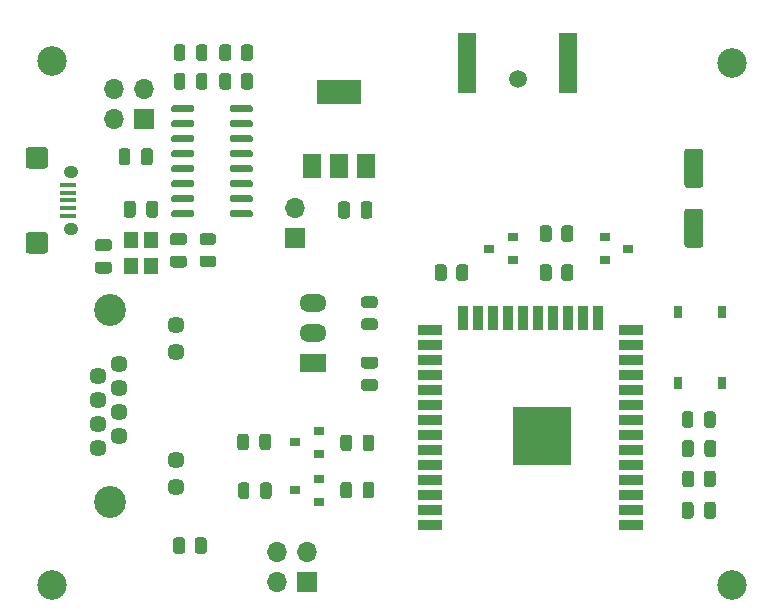
<source format=gts>
G04 #@! TF.GenerationSoftware,KiCad,Pcbnew,(5.1.9-0-10_14)*
G04 #@! TF.CreationDate,2021-10-19T13:09:04+02:00*
G04 #@! TF.ProjectId,ithowifi_4l,6974686f-7769-4666-995f-346c2e6b6963,rev?*
G04 #@! TF.SameCoordinates,Original*
G04 #@! TF.FileFunction,Soldermask,Top*
G04 #@! TF.FilePolarity,Negative*
%FSLAX46Y46*%
G04 Gerber Fmt 4.6, Leading zero omitted, Abs format (unit mm)*
G04 Created by KiCad (PCBNEW (5.1.9-0-10_14)) date 2021-10-19 13:09:04*
%MOMM*%
%LPD*%
G01*
G04 APERTURE LIST*
%ADD10O,1.700000X1.700000*%
%ADD11R,1.700000X1.700000*%
%ADD12R,1.200000X1.400000*%
%ADD13C,1.500000*%
%ADD14R,0.750000X1.000000*%
%ADD15O,1.250000X1.050000*%
%ADD16R,1.350000X0.400000*%
%ADD17C,2.500000*%
%ADD18R,1.500000X2.000000*%
%ADD19R,3.800000X2.000000*%
%ADD20O,2.300000X1.500000*%
%ADD21R,2.300000X1.500000*%
%ADD22R,0.900000X0.800000*%
%ADD23C,1.446000*%
%ADD24C,2.700000*%
%ADD25R,2.000000X0.900000*%
%ADD26R,0.900000X2.000000*%
%ADD27R,5.000000X5.000000*%
%ADD28R,1.500000X5.080000*%
G04 APERTURE END LIST*
D10*
X76073000Y-121793000D03*
D11*
X76073000Y-124333000D03*
D12*
X63842000Y-124503000D03*
X63842000Y-126703000D03*
X62142000Y-126703000D03*
X62142000Y-124503000D03*
G36*
G01*
X70513400Y-113564600D02*
X70513400Y-113264600D01*
G75*
G02*
X70663400Y-113114600I150000J0D01*
G01*
X72313400Y-113114600D01*
G75*
G02*
X72463400Y-113264600I0J-150000D01*
G01*
X72463400Y-113564600D01*
G75*
G02*
X72313400Y-113714600I-150000J0D01*
G01*
X70663400Y-113714600D01*
G75*
G02*
X70513400Y-113564600I0J150000D01*
G01*
G37*
G36*
G01*
X70513400Y-114834600D02*
X70513400Y-114534600D01*
G75*
G02*
X70663400Y-114384600I150000J0D01*
G01*
X72313400Y-114384600D01*
G75*
G02*
X72463400Y-114534600I0J-150000D01*
G01*
X72463400Y-114834600D01*
G75*
G02*
X72313400Y-114984600I-150000J0D01*
G01*
X70663400Y-114984600D01*
G75*
G02*
X70513400Y-114834600I0J150000D01*
G01*
G37*
G36*
G01*
X70513400Y-116104600D02*
X70513400Y-115804600D01*
G75*
G02*
X70663400Y-115654600I150000J0D01*
G01*
X72313400Y-115654600D01*
G75*
G02*
X72463400Y-115804600I0J-150000D01*
G01*
X72463400Y-116104600D01*
G75*
G02*
X72313400Y-116254600I-150000J0D01*
G01*
X70663400Y-116254600D01*
G75*
G02*
X70513400Y-116104600I0J150000D01*
G01*
G37*
G36*
G01*
X70513400Y-117374600D02*
X70513400Y-117074600D01*
G75*
G02*
X70663400Y-116924600I150000J0D01*
G01*
X72313400Y-116924600D01*
G75*
G02*
X72463400Y-117074600I0J-150000D01*
G01*
X72463400Y-117374600D01*
G75*
G02*
X72313400Y-117524600I-150000J0D01*
G01*
X70663400Y-117524600D01*
G75*
G02*
X70513400Y-117374600I0J150000D01*
G01*
G37*
G36*
G01*
X70513400Y-118644600D02*
X70513400Y-118344600D01*
G75*
G02*
X70663400Y-118194600I150000J0D01*
G01*
X72313400Y-118194600D01*
G75*
G02*
X72463400Y-118344600I0J-150000D01*
G01*
X72463400Y-118644600D01*
G75*
G02*
X72313400Y-118794600I-150000J0D01*
G01*
X70663400Y-118794600D01*
G75*
G02*
X70513400Y-118644600I0J150000D01*
G01*
G37*
G36*
G01*
X70513400Y-119914600D02*
X70513400Y-119614600D01*
G75*
G02*
X70663400Y-119464600I150000J0D01*
G01*
X72313400Y-119464600D01*
G75*
G02*
X72463400Y-119614600I0J-150000D01*
G01*
X72463400Y-119914600D01*
G75*
G02*
X72313400Y-120064600I-150000J0D01*
G01*
X70663400Y-120064600D01*
G75*
G02*
X70513400Y-119914600I0J150000D01*
G01*
G37*
G36*
G01*
X70513400Y-121184600D02*
X70513400Y-120884600D01*
G75*
G02*
X70663400Y-120734600I150000J0D01*
G01*
X72313400Y-120734600D01*
G75*
G02*
X72463400Y-120884600I0J-150000D01*
G01*
X72463400Y-121184600D01*
G75*
G02*
X72313400Y-121334600I-150000J0D01*
G01*
X70663400Y-121334600D01*
G75*
G02*
X70513400Y-121184600I0J150000D01*
G01*
G37*
G36*
G01*
X70513400Y-122454600D02*
X70513400Y-122154600D01*
G75*
G02*
X70663400Y-122004600I150000J0D01*
G01*
X72313400Y-122004600D01*
G75*
G02*
X72463400Y-122154600I0J-150000D01*
G01*
X72463400Y-122454600D01*
G75*
G02*
X72313400Y-122604600I-150000J0D01*
G01*
X70663400Y-122604600D01*
G75*
G02*
X70513400Y-122454600I0J150000D01*
G01*
G37*
G36*
G01*
X65563400Y-122454600D02*
X65563400Y-122154600D01*
G75*
G02*
X65713400Y-122004600I150000J0D01*
G01*
X67363400Y-122004600D01*
G75*
G02*
X67513400Y-122154600I0J-150000D01*
G01*
X67513400Y-122454600D01*
G75*
G02*
X67363400Y-122604600I-150000J0D01*
G01*
X65713400Y-122604600D01*
G75*
G02*
X65563400Y-122454600I0J150000D01*
G01*
G37*
G36*
G01*
X65563400Y-121184600D02*
X65563400Y-120884600D01*
G75*
G02*
X65713400Y-120734600I150000J0D01*
G01*
X67363400Y-120734600D01*
G75*
G02*
X67513400Y-120884600I0J-150000D01*
G01*
X67513400Y-121184600D01*
G75*
G02*
X67363400Y-121334600I-150000J0D01*
G01*
X65713400Y-121334600D01*
G75*
G02*
X65563400Y-121184600I0J150000D01*
G01*
G37*
G36*
G01*
X65563400Y-119914600D02*
X65563400Y-119614600D01*
G75*
G02*
X65713400Y-119464600I150000J0D01*
G01*
X67363400Y-119464600D01*
G75*
G02*
X67513400Y-119614600I0J-150000D01*
G01*
X67513400Y-119914600D01*
G75*
G02*
X67363400Y-120064600I-150000J0D01*
G01*
X65713400Y-120064600D01*
G75*
G02*
X65563400Y-119914600I0J150000D01*
G01*
G37*
G36*
G01*
X65563400Y-118644600D02*
X65563400Y-118344600D01*
G75*
G02*
X65713400Y-118194600I150000J0D01*
G01*
X67363400Y-118194600D01*
G75*
G02*
X67513400Y-118344600I0J-150000D01*
G01*
X67513400Y-118644600D01*
G75*
G02*
X67363400Y-118794600I-150000J0D01*
G01*
X65713400Y-118794600D01*
G75*
G02*
X65563400Y-118644600I0J150000D01*
G01*
G37*
G36*
G01*
X65563400Y-117374600D02*
X65563400Y-117074600D01*
G75*
G02*
X65713400Y-116924600I150000J0D01*
G01*
X67363400Y-116924600D01*
G75*
G02*
X67513400Y-117074600I0J-150000D01*
G01*
X67513400Y-117374600D01*
G75*
G02*
X67363400Y-117524600I-150000J0D01*
G01*
X65713400Y-117524600D01*
G75*
G02*
X65563400Y-117374600I0J150000D01*
G01*
G37*
G36*
G01*
X65563400Y-116104600D02*
X65563400Y-115804600D01*
G75*
G02*
X65713400Y-115654600I150000J0D01*
G01*
X67363400Y-115654600D01*
G75*
G02*
X67513400Y-115804600I0J-150000D01*
G01*
X67513400Y-116104600D01*
G75*
G02*
X67363400Y-116254600I-150000J0D01*
G01*
X65713400Y-116254600D01*
G75*
G02*
X65563400Y-116104600I0J150000D01*
G01*
G37*
G36*
G01*
X65563400Y-114834600D02*
X65563400Y-114534600D01*
G75*
G02*
X65713400Y-114384600I150000J0D01*
G01*
X67363400Y-114384600D01*
G75*
G02*
X67513400Y-114534600I0J-150000D01*
G01*
X67513400Y-114834600D01*
G75*
G02*
X67363400Y-114984600I-150000J0D01*
G01*
X65713400Y-114984600D01*
G75*
G02*
X65563400Y-114834600I0J150000D01*
G01*
G37*
G36*
G01*
X65563400Y-113564600D02*
X65563400Y-113264600D01*
G75*
G02*
X65713400Y-113114600I150000J0D01*
G01*
X67363400Y-113114600D01*
G75*
G02*
X67513400Y-113264600I0J-150000D01*
G01*
X67513400Y-113564600D01*
G75*
G02*
X67363400Y-113714600I-150000J0D01*
G01*
X65713400Y-113714600D01*
G75*
G02*
X65563400Y-113564600I0J150000D01*
G01*
G37*
D13*
X94881700Y-110909100D03*
G36*
G01*
X65692000Y-125860000D02*
X66642000Y-125860000D01*
G75*
G02*
X66892000Y-126110000I0J-250000D01*
G01*
X66892000Y-126610000D01*
G75*
G02*
X66642000Y-126860000I-250000J0D01*
G01*
X65692000Y-126860000D01*
G75*
G02*
X65442000Y-126610000I0J250000D01*
G01*
X65442000Y-126110000D01*
G75*
G02*
X65692000Y-125860000I250000J0D01*
G01*
G37*
G36*
G01*
X65692000Y-123960000D02*
X66642000Y-123960000D01*
G75*
G02*
X66892000Y-124210000I0J-250000D01*
G01*
X66892000Y-124710000D01*
G75*
G02*
X66642000Y-124960000I-250000J0D01*
G01*
X65692000Y-124960000D01*
G75*
G02*
X65442000Y-124710000I0J250000D01*
G01*
X65442000Y-124210000D01*
G75*
G02*
X65692000Y-123960000I250000J0D01*
G01*
G37*
G36*
G01*
X62542000Y-121445000D02*
X62542000Y-122395000D01*
G75*
G02*
X62292000Y-122645000I-250000J0D01*
G01*
X61792000Y-122645000D01*
G75*
G02*
X61542000Y-122395000I0J250000D01*
G01*
X61542000Y-121445000D01*
G75*
G02*
X61792000Y-121195000I250000J0D01*
G01*
X62292000Y-121195000D01*
G75*
G02*
X62542000Y-121445000I0J-250000D01*
G01*
G37*
G36*
G01*
X64442000Y-121445000D02*
X64442000Y-122395000D01*
G75*
G02*
X64192000Y-122645000I-250000J0D01*
G01*
X63692000Y-122645000D01*
G75*
G02*
X63442000Y-122395000I0J250000D01*
G01*
X63442000Y-121445000D01*
G75*
G02*
X63692000Y-121195000I250000J0D01*
G01*
X64192000Y-121195000D01*
G75*
G02*
X64442000Y-121445000I0J-250000D01*
G01*
G37*
D14*
X108471000Y-136638000D03*
X108471000Y-130638000D03*
X112221000Y-130638000D03*
X112221000Y-136638000D03*
G36*
G01*
X53501200Y-123858000D02*
X54855200Y-123858000D01*
G75*
G02*
X55128200Y-124131000I0J-273000D01*
G01*
X55128200Y-125405000D01*
G75*
G02*
X54855200Y-125678000I-273000J0D01*
G01*
X53501200Y-125678000D01*
G75*
G02*
X53228200Y-125405000I0J273000D01*
G01*
X53228200Y-124131000D01*
G75*
G02*
X53501200Y-123858000I273000J0D01*
G01*
G37*
D15*
X57078200Y-123593000D03*
X57078200Y-118743000D03*
G36*
G01*
X53501200Y-116658000D02*
X54855200Y-116658000D01*
G75*
G02*
X55128200Y-116931000I0J-273000D01*
G01*
X55128200Y-118205000D01*
G75*
G02*
X54855200Y-118478000I-273000J0D01*
G01*
X53501200Y-118478000D01*
G75*
G02*
X53228200Y-118205000I0J273000D01*
G01*
X53228200Y-116931000D01*
G75*
G02*
X53501200Y-116658000I273000J0D01*
G01*
G37*
D16*
X56853200Y-122468000D03*
X56853200Y-121818000D03*
X56853200Y-121168000D03*
X56853200Y-120518000D03*
X56853200Y-119868000D03*
G36*
G01*
X110701200Y-142664200D02*
X110701200Y-141714200D01*
G75*
G02*
X110951200Y-141464200I250000J0D01*
G01*
X111451200Y-141464200D01*
G75*
G02*
X111701200Y-141714200I0J-250000D01*
G01*
X111701200Y-142664200D01*
G75*
G02*
X111451200Y-142914200I-250000J0D01*
G01*
X110951200Y-142914200D01*
G75*
G02*
X110701200Y-142664200I0J250000D01*
G01*
G37*
G36*
G01*
X108801200Y-142664200D02*
X108801200Y-141714200D01*
G75*
G02*
X109051200Y-141464200I250000J0D01*
G01*
X109551200Y-141464200D01*
G75*
G02*
X109801200Y-141714200I0J-250000D01*
G01*
X109801200Y-142664200D01*
G75*
G02*
X109551200Y-142914200I-250000J0D01*
G01*
X109051200Y-142914200D01*
G75*
G02*
X108801200Y-142664200I0J250000D01*
G01*
G37*
D10*
X60706000Y-111760000D03*
X63246000Y-111760000D03*
X60706000Y-114300000D03*
D11*
X63246000Y-114300000D03*
G36*
G01*
X80687800Y-121508500D02*
X80687800Y-122458500D01*
G75*
G02*
X80437800Y-122708500I-250000J0D01*
G01*
X79937800Y-122708500D01*
G75*
G02*
X79687800Y-122458500I0J250000D01*
G01*
X79687800Y-121508500D01*
G75*
G02*
X79937800Y-121258500I250000J0D01*
G01*
X80437800Y-121258500D01*
G75*
G02*
X80687800Y-121508500I0J-250000D01*
G01*
G37*
G36*
G01*
X82587800Y-121508500D02*
X82587800Y-122458500D01*
G75*
G02*
X82337800Y-122708500I-250000J0D01*
G01*
X81837800Y-122708500D01*
G75*
G02*
X81587800Y-122458500I0J250000D01*
G01*
X81587800Y-121508500D01*
G75*
G02*
X81837800Y-121258500I250000J0D01*
G01*
X82337800Y-121258500D01*
G75*
G02*
X82587800Y-121508500I0J-250000D01*
G01*
G37*
D17*
X55482000Y-153704000D03*
X113013000Y-153704000D03*
X113013000Y-109508000D03*
G36*
G01*
X98577500Y-124436002D02*
X98577500Y-123535998D01*
G75*
G02*
X98827498Y-123286000I249998J0D01*
G01*
X99352502Y-123286000D01*
G75*
G02*
X99602500Y-123535998I0J-249998D01*
G01*
X99602500Y-124436002D01*
G75*
G02*
X99352502Y-124686000I-249998J0D01*
G01*
X98827498Y-124686000D01*
G75*
G02*
X98577500Y-124436002I0J249998D01*
G01*
G37*
G36*
G01*
X96752500Y-124436002D02*
X96752500Y-123535998D01*
G75*
G02*
X97002498Y-123286000I249998J0D01*
G01*
X97527502Y-123286000D01*
G75*
G02*
X97777500Y-123535998I0J-249998D01*
G01*
X97777500Y-124436002D01*
G75*
G02*
X97527502Y-124686000I-249998J0D01*
G01*
X97002498Y-124686000D01*
G75*
G02*
X96752500Y-124436002I0J249998D01*
G01*
G37*
G36*
G01*
X70649500Y-108215998D02*
X70649500Y-109116002D01*
G75*
G02*
X70399502Y-109366000I-249998J0D01*
G01*
X69874498Y-109366000D01*
G75*
G02*
X69624500Y-109116002I0J249998D01*
G01*
X69624500Y-108215998D01*
G75*
G02*
X69874498Y-107966000I249998J0D01*
G01*
X70399502Y-107966000D01*
G75*
G02*
X70649500Y-108215998I0J-249998D01*
G01*
G37*
G36*
G01*
X72474500Y-108215998D02*
X72474500Y-109116002D01*
G75*
G02*
X72224502Y-109366000I-249998J0D01*
G01*
X71699498Y-109366000D01*
G75*
G02*
X71449500Y-109116002I0J249998D01*
G01*
X71449500Y-108215998D01*
G75*
G02*
X71699498Y-107966000I249998J0D01*
G01*
X72224502Y-107966000D01*
G75*
G02*
X72474500Y-108215998I0J-249998D01*
G01*
G37*
G36*
G01*
X70649500Y-110641998D02*
X70649500Y-111542002D01*
G75*
G02*
X70399502Y-111792000I-249998J0D01*
G01*
X69874498Y-111792000D01*
G75*
G02*
X69624500Y-111542002I0J249998D01*
G01*
X69624500Y-110641998D01*
G75*
G02*
X69874498Y-110392000I249998J0D01*
G01*
X70399502Y-110392000D01*
G75*
G02*
X70649500Y-110641998I0J-249998D01*
G01*
G37*
G36*
G01*
X72474500Y-110641998D02*
X72474500Y-111542002D01*
G75*
G02*
X72224502Y-111792000I-249998J0D01*
G01*
X71699498Y-111792000D01*
G75*
G02*
X71449500Y-111542002I0J249998D01*
G01*
X71449500Y-110641998D01*
G75*
G02*
X71699498Y-110392000I249998J0D01*
G01*
X72224502Y-110392000D01*
G75*
G02*
X72474500Y-110641998I0J-249998D01*
G01*
G37*
G36*
G01*
X66742500Y-149951998D02*
X66742500Y-150852002D01*
G75*
G02*
X66492502Y-151102000I-249998J0D01*
G01*
X65967498Y-151102000D01*
G75*
G02*
X65717500Y-150852002I0J249998D01*
G01*
X65717500Y-149951998D01*
G75*
G02*
X65967498Y-149702000I249998J0D01*
G01*
X66492502Y-149702000D01*
G75*
G02*
X66742500Y-149951998I0J-249998D01*
G01*
G37*
G36*
G01*
X68567500Y-149951998D02*
X68567500Y-150852002D01*
G75*
G02*
X68317502Y-151102000I-249998J0D01*
G01*
X67792498Y-151102000D01*
G75*
G02*
X67542500Y-150852002I0J249998D01*
G01*
X67542500Y-149951998D01*
G75*
G02*
X67792498Y-149702000I249998J0D01*
G01*
X68317502Y-149702000D01*
G75*
G02*
X68567500Y-149951998I0J-249998D01*
G01*
G37*
X55482000Y-109381000D03*
G36*
G01*
X62100000Y-117000000D02*
X62100000Y-117950000D01*
G75*
G02*
X61850000Y-118200000I-250000J0D01*
G01*
X61350000Y-118200000D01*
G75*
G02*
X61100000Y-117950000I0J250000D01*
G01*
X61100000Y-117000000D01*
G75*
G02*
X61350000Y-116750000I250000J0D01*
G01*
X61850000Y-116750000D01*
G75*
G02*
X62100000Y-117000000I0J-250000D01*
G01*
G37*
G36*
G01*
X64000000Y-117000000D02*
X64000000Y-117950000D01*
G75*
G02*
X63750000Y-118200000I-250000J0D01*
G01*
X63250000Y-118200000D01*
G75*
G02*
X63000000Y-117950000I0J250000D01*
G01*
X63000000Y-117000000D01*
G75*
G02*
X63250000Y-116750000I250000J0D01*
G01*
X63750000Y-116750000D01*
G75*
G02*
X64000000Y-117000000I0J-250000D01*
G01*
G37*
G36*
G01*
X60292000Y-125468000D02*
X59342000Y-125468000D01*
G75*
G02*
X59092000Y-125218000I0J250000D01*
G01*
X59092000Y-124718000D01*
G75*
G02*
X59342000Y-124468000I250000J0D01*
G01*
X60292000Y-124468000D01*
G75*
G02*
X60542000Y-124718000I0J-250000D01*
G01*
X60542000Y-125218000D01*
G75*
G02*
X60292000Y-125468000I-250000J0D01*
G01*
G37*
G36*
G01*
X60292000Y-127368000D02*
X59342000Y-127368000D01*
G75*
G02*
X59092000Y-127118000I0J250000D01*
G01*
X59092000Y-126618000D01*
G75*
G02*
X59342000Y-126368000I250000J0D01*
G01*
X60292000Y-126368000D01*
G75*
G02*
X60542000Y-126618000I0J-250000D01*
G01*
X60542000Y-127118000D01*
G75*
G02*
X60292000Y-127368000I-250000J0D01*
G01*
G37*
D18*
X77477300Y-118267500D03*
X82077300Y-118267500D03*
X79777300Y-118267500D03*
D19*
X79777300Y-111967500D03*
D20*
X77580000Y-129828000D03*
X77580000Y-132368000D03*
D21*
X77580000Y-134908000D03*
G36*
G01*
X88887500Y-126837998D02*
X88887500Y-127738002D01*
G75*
G02*
X88637502Y-127988000I-249998J0D01*
G01*
X88112498Y-127988000D01*
G75*
G02*
X87862500Y-127738002I0J249998D01*
G01*
X87862500Y-126837998D01*
G75*
G02*
X88112498Y-126588000I249998J0D01*
G01*
X88637502Y-126588000D01*
G75*
G02*
X88887500Y-126837998I0J-249998D01*
G01*
G37*
G36*
G01*
X90712500Y-126837998D02*
X90712500Y-127738002D01*
G75*
G02*
X90462502Y-127988000I-249998J0D01*
G01*
X89937498Y-127988000D01*
G75*
G02*
X89687500Y-127738002I0J249998D01*
G01*
X89687500Y-126837998D01*
G75*
G02*
X89937498Y-126588000I249998J0D01*
G01*
X90462502Y-126588000D01*
G75*
G02*
X90712500Y-126837998I0J-249998D01*
G01*
G37*
G36*
G01*
X109842500Y-144304598D02*
X109842500Y-145204602D01*
G75*
G02*
X109592502Y-145454600I-249998J0D01*
G01*
X109067498Y-145454600D01*
G75*
G02*
X108817500Y-145204602I0J249998D01*
G01*
X108817500Y-144304598D01*
G75*
G02*
X109067498Y-144054600I249998J0D01*
G01*
X109592502Y-144054600D01*
G75*
G02*
X109842500Y-144304598I0J-249998D01*
G01*
G37*
G36*
G01*
X111667500Y-144304598D02*
X111667500Y-145204602D01*
G75*
G02*
X111417502Y-145454600I-249998J0D01*
G01*
X110892498Y-145454600D01*
G75*
G02*
X110642500Y-145204602I0J249998D01*
G01*
X110642500Y-144304598D01*
G75*
G02*
X110892498Y-144054600I249998J0D01*
G01*
X111417502Y-144054600D01*
G75*
G02*
X111667500Y-144304598I0J-249998D01*
G01*
G37*
G36*
G01*
X97777500Y-126837998D02*
X97777500Y-127738002D01*
G75*
G02*
X97527502Y-127988000I-249998J0D01*
G01*
X97002498Y-127988000D01*
G75*
G02*
X96752500Y-127738002I0J249998D01*
G01*
X96752500Y-126837998D01*
G75*
G02*
X97002498Y-126588000I249998J0D01*
G01*
X97527502Y-126588000D01*
G75*
G02*
X97777500Y-126837998I0J-249998D01*
G01*
G37*
G36*
G01*
X99602500Y-126837998D02*
X99602500Y-127738002D01*
G75*
G02*
X99352502Y-127988000I-249998J0D01*
G01*
X98827498Y-127988000D01*
G75*
G02*
X98577500Y-127738002I0J249998D01*
G01*
X98577500Y-126837998D01*
G75*
G02*
X98827498Y-126588000I249998J0D01*
G01*
X99352502Y-126588000D01*
G75*
G02*
X99602500Y-126837998I0J-249998D01*
G01*
G37*
D22*
X92455000Y-125256000D03*
X94455000Y-124306000D03*
X94455000Y-126206000D03*
X104250000Y-125256000D03*
X102250000Y-126206000D03*
X102250000Y-124306000D03*
D23*
X59372500Y-142176500D03*
X61152500Y-141156500D03*
X59372500Y-140136500D03*
X61152500Y-139116500D03*
X59372500Y-138096500D03*
X61152500Y-137076500D03*
X59372500Y-136056500D03*
X61152500Y-135036500D03*
X65962500Y-145466500D03*
X65962500Y-143176500D03*
X65962500Y-134036500D03*
X65962500Y-131746500D03*
D24*
X60392500Y-130476500D03*
X60392500Y-146736500D03*
G36*
G01*
X109782000Y-146937500D02*
X109782000Y-147887500D01*
G75*
G02*
X109532000Y-148137500I-250000J0D01*
G01*
X109032000Y-148137500D01*
G75*
G02*
X108782000Y-147887500I0J250000D01*
G01*
X108782000Y-146937500D01*
G75*
G02*
X109032000Y-146687500I250000J0D01*
G01*
X109532000Y-146687500D01*
G75*
G02*
X109782000Y-146937500I0J-250000D01*
G01*
G37*
G36*
G01*
X111682000Y-146937500D02*
X111682000Y-147887500D01*
G75*
G02*
X111432000Y-148137500I-250000J0D01*
G01*
X110932000Y-148137500D01*
G75*
G02*
X110682000Y-147887500I0J250000D01*
G01*
X110682000Y-146937500D01*
G75*
G02*
X110932000Y-146687500I250000J0D01*
G01*
X111432000Y-146687500D01*
G75*
G02*
X111682000Y-146937500I0J-250000D01*
G01*
G37*
G36*
G01*
X81867500Y-136308000D02*
X82817500Y-136308000D01*
G75*
G02*
X83067500Y-136558000I0J-250000D01*
G01*
X83067500Y-137058000D01*
G75*
G02*
X82817500Y-137308000I-250000J0D01*
G01*
X81867500Y-137308000D01*
G75*
G02*
X81617500Y-137058000I0J250000D01*
G01*
X81617500Y-136558000D01*
G75*
G02*
X81867500Y-136308000I250000J0D01*
G01*
G37*
G36*
G01*
X81867500Y-134408000D02*
X82817500Y-134408000D01*
G75*
G02*
X83067500Y-134658000I0J-250000D01*
G01*
X83067500Y-135158000D01*
G75*
G02*
X82817500Y-135408000I-250000J0D01*
G01*
X81867500Y-135408000D01*
G75*
G02*
X81617500Y-135158000I0J250000D01*
G01*
X81617500Y-134658000D01*
G75*
G02*
X81867500Y-134408000I250000J0D01*
G01*
G37*
G36*
G01*
X110357000Y-120114000D02*
X109257000Y-120114000D01*
G75*
G02*
X109007000Y-119864000I0J250000D01*
G01*
X109007000Y-117039000D01*
G75*
G02*
X109257000Y-116789000I250000J0D01*
G01*
X110357000Y-116789000D01*
G75*
G02*
X110607000Y-117039000I0J-250000D01*
G01*
X110607000Y-119864000D01*
G75*
G02*
X110357000Y-120114000I-250000J0D01*
G01*
G37*
G36*
G01*
X110357000Y-125189000D02*
X109257000Y-125189000D01*
G75*
G02*
X109007000Y-124939000I0J250000D01*
G01*
X109007000Y-122114000D01*
G75*
G02*
X109257000Y-121864000I250000J0D01*
G01*
X110357000Y-121864000D01*
G75*
G02*
X110607000Y-122114000I0J-250000D01*
G01*
X110607000Y-124939000D01*
G75*
G02*
X110357000Y-125189000I-250000J0D01*
G01*
G37*
D10*
X74532000Y-150910000D03*
X77072000Y-150910000D03*
X74532000Y-153450000D03*
D11*
X77072000Y-153450000D03*
D25*
X87477600Y-148615400D03*
X87477600Y-147345400D03*
X87477600Y-146075400D03*
X87477600Y-144805400D03*
X87477600Y-143535400D03*
X87477600Y-142265400D03*
X87477600Y-140995400D03*
X87477600Y-139725400D03*
X87477600Y-138455400D03*
X87477600Y-137185400D03*
X87477600Y-135915400D03*
X87477600Y-134645400D03*
X87477600Y-133375400D03*
X87477600Y-132105400D03*
D26*
X90262600Y-131105400D03*
X91532600Y-131105400D03*
X92802600Y-131105400D03*
X94072600Y-131105400D03*
X95342600Y-131105400D03*
X96612600Y-131105400D03*
X97882600Y-131105400D03*
X99152600Y-131105400D03*
X100422600Y-131105400D03*
X101692600Y-131105400D03*
D25*
X104477600Y-132105400D03*
X104477600Y-133375400D03*
X104477600Y-134645400D03*
X104477600Y-135915400D03*
X104477600Y-137185400D03*
X104477600Y-138455400D03*
X104477600Y-139725400D03*
X104477600Y-140995400D03*
X104477600Y-142265400D03*
X104477600Y-143535400D03*
X104477600Y-144805400D03*
X104477600Y-146075400D03*
X104477600Y-147345400D03*
X104477600Y-148615400D03*
D27*
X96977600Y-141115400D03*
G36*
G01*
X109769000Y-139277750D02*
X109769000Y-140190250D01*
G75*
G02*
X109525250Y-140434000I-243750J0D01*
G01*
X109037750Y-140434000D01*
G75*
G02*
X108794000Y-140190250I0J243750D01*
G01*
X108794000Y-139277750D01*
G75*
G02*
X109037750Y-139034000I243750J0D01*
G01*
X109525250Y-139034000D01*
G75*
G02*
X109769000Y-139277750I0J-243750D01*
G01*
G37*
G36*
G01*
X111644000Y-139277750D02*
X111644000Y-140190250D01*
G75*
G02*
X111400250Y-140434000I-243750J0D01*
G01*
X110912750Y-140434000D01*
G75*
G02*
X110669000Y-140190250I0J243750D01*
G01*
X110669000Y-139277750D01*
G75*
G02*
X110912750Y-139034000I243750J0D01*
G01*
X111400250Y-139034000D01*
G75*
G02*
X111644000Y-139277750I0J-243750D01*
G01*
G37*
G36*
G01*
X67649500Y-111548250D02*
X67649500Y-110635750D01*
G75*
G02*
X67893250Y-110392000I243750J0D01*
G01*
X68380750Y-110392000D01*
G75*
G02*
X68624500Y-110635750I0J-243750D01*
G01*
X68624500Y-111548250D01*
G75*
G02*
X68380750Y-111792000I-243750J0D01*
G01*
X67893250Y-111792000D01*
G75*
G02*
X67649500Y-111548250I0J243750D01*
G01*
G37*
G36*
G01*
X65774500Y-111548250D02*
X65774500Y-110635750D01*
G75*
G02*
X66018250Y-110392000I243750J0D01*
G01*
X66505750Y-110392000D01*
G75*
G02*
X66749500Y-110635750I0J-243750D01*
G01*
X66749500Y-111548250D01*
G75*
G02*
X66505750Y-111792000I-243750J0D01*
G01*
X66018250Y-111792000D01*
G75*
G02*
X65774500Y-111548250I0J243750D01*
G01*
G37*
G36*
G01*
X81886250Y-131167000D02*
X82798750Y-131167000D01*
G75*
G02*
X83042500Y-131410750I0J-243750D01*
G01*
X83042500Y-131898250D01*
G75*
G02*
X82798750Y-132142000I-243750J0D01*
G01*
X81886250Y-132142000D01*
G75*
G02*
X81642500Y-131898250I0J243750D01*
G01*
X81642500Y-131410750D01*
G75*
G02*
X81886250Y-131167000I243750J0D01*
G01*
G37*
G36*
G01*
X81886250Y-129292000D02*
X82798750Y-129292000D01*
G75*
G02*
X83042500Y-129535750I0J-243750D01*
G01*
X83042500Y-130023250D01*
G75*
G02*
X82798750Y-130267000I-243750J0D01*
G01*
X81886250Y-130267000D01*
G75*
G02*
X81642500Y-130023250I0J243750D01*
G01*
X81642500Y-129535750D01*
G75*
G02*
X81886250Y-129292000I243750J0D01*
G01*
G37*
D28*
X90631400Y-109548400D03*
X99131400Y-109548400D03*
G36*
G01*
X67649500Y-109122250D02*
X67649500Y-108209750D01*
G75*
G02*
X67893250Y-107966000I243750J0D01*
G01*
X68380750Y-107966000D01*
G75*
G02*
X68624500Y-108209750I0J-243750D01*
G01*
X68624500Y-109122250D01*
G75*
G02*
X68380750Y-109366000I-243750J0D01*
G01*
X67893250Y-109366000D01*
G75*
G02*
X67649500Y-109122250I0J243750D01*
G01*
G37*
G36*
G01*
X65774500Y-109122250D02*
X65774500Y-108209750D01*
G75*
G02*
X66018250Y-107966000I243750J0D01*
G01*
X66505750Y-107966000D01*
G75*
G02*
X66749500Y-108209750I0J-243750D01*
G01*
X66749500Y-109122250D01*
G75*
G02*
X66505750Y-109366000I-243750J0D01*
G01*
X66018250Y-109366000D01*
G75*
G02*
X65774500Y-109122250I0J243750D01*
G01*
G37*
G36*
G01*
X68199950Y-125847500D02*
X69112450Y-125847500D01*
G75*
G02*
X69356200Y-126091250I0J-243750D01*
G01*
X69356200Y-126578750D01*
G75*
G02*
X69112450Y-126822500I-243750J0D01*
G01*
X68199950Y-126822500D01*
G75*
G02*
X67956200Y-126578750I0J243750D01*
G01*
X67956200Y-126091250D01*
G75*
G02*
X68199950Y-125847500I243750J0D01*
G01*
G37*
G36*
G01*
X68199950Y-123972500D02*
X69112450Y-123972500D01*
G75*
G02*
X69356200Y-124216250I0J-243750D01*
G01*
X69356200Y-124703750D01*
G75*
G02*
X69112450Y-124947500I-243750J0D01*
G01*
X68199950Y-124947500D01*
G75*
G02*
X67956200Y-124703750I0J243750D01*
G01*
X67956200Y-124216250D01*
G75*
G02*
X68199950Y-123972500I243750J0D01*
G01*
G37*
G36*
G01*
X72128500Y-141170250D02*
X72128500Y-142082750D01*
G75*
G02*
X71884750Y-142326500I-243750J0D01*
G01*
X71397250Y-142326500D01*
G75*
G02*
X71153500Y-142082750I0J243750D01*
G01*
X71153500Y-141170250D01*
G75*
G02*
X71397250Y-140926500I243750J0D01*
G01*
X71884750Y-140926500D01*
G75*
G02*
X72128500Y-141170250I0J-243750D01*
G01*
G37*
G36*
G01*
X74003500Y-141170250D02*
X74003500Y-142082750D01*
G75*
G02*
X73759750Y-142326500I-243750J0D01*
G01*
X73272250Y-142326500D01*
G75*
G02*
X73028500Y-142082750I0J243750D01*
G01*
X73028500Y-141170250D01*
G75*
G02*
X73272250Y-140926500I243750J0D01*
G01*
X73759750Y-140926500D01*
G75*
G02*
X74003500Y-141170250I0J-243750D01*
G01*
G37*
G36*
G01*
X72181000Y-145298750D02*
X72181000Y-146211250D01*
G75*
G02*
X71937250Y-146455000I-243750J0D01*
G01*
X71449750Y-146455000D01*
G75*
G02*
X71206000Y-146211250I0J243750D01*
G01*
X71206000Y-145298750D01*
G75*
G02*
X71449750Y-145055000I243750J0D01*
G01*
X71937250Y-145055000D01*
G75*
G02*
X72181000Y-145298750I0J-243750D01*
G01*
G37*
G36*
G01*
X74056000Y-145298750D02*
X74056000Y-146211250D01*
G75*
G02*
X73812250Y-146455000I-243750J0D01*
G01*
X73324750Y-146455000D01*
G75*
G02*
X73081000Y-146211250I0J243750D01*
G01*
X73081000Y-145298750D01*
G75*
G02*
X73324750Y-145055000I243750J0D01*
G01*
X73812250Y-145055000D01*
G75*
G02*
X74056000Y-145298750I0J-243750D01*
G01*
G37*
G36*
G01*
X81761500Y-142158750D02*
X81761500Y-141246250D01*
G75*
G02*
X82005250Y-141002500I243750J0D01*
G01*
X82492750Y-141002500D01*
G75*
G02*
X82736500Y-141246250I0J-243750D01*
G01*
X82736500Y-142158750D01*
G75*
G02*
X82492750Y-142402500I-243750J0D01*
G01*
X82005250Y-142402500D01*
G75*
G02*
X81761500Y-142158750I0J243750D01*
G01*
G37*
G36*
G01*
X79886500Y-142158750D02*
X79886500Y-141246250D01*
G75*
G02*
X80130250Y-141002500I243750J0D01*
G01*
X80617750Y-141002500D01*
G75*
G02*
X80861500Y-141246250I0J-243750D01*
G01*
X80861500Y-142158750D01*
G75*
G02*
X80617750Y-142402500I-243750J0D01*
G01*
X80130250Y-142402500D01*
G75*
G02*
X79886500Y-142158750I0J243750D01*
G01*
G37*
G36*
G01*
X81761500Y-146159250D02*
X81761500Y-145246750D01*
G75*
G02*
X82005250Y-145003000I243750J0D01*
G01*
X82492750Y-145003000D01*
G75*
G02*
X82736500Y-145246750I0J-243750D01*
G01*
X82736500Y-146159250D01*
G75*
G02*
X82492750Y-146403000I-243750J0D01*
G01*
X82005250Y-146403000D01*
G75*
G02*
X81761500Y-146159250I0J243750D01*
G01*
G37*
G36*
G01*
X79886500Y-146159250D02*
X79886500Y-145246750D01*
G75*
G02*
X80130250Y-145003000I243750J0D01*
G01*
X80617750Y-145003000D01*
G75*
G02*
X80861500Y-145246750I0J-243750D01*
G01*
X80861500Y-146159250D01*
G75*
G02*
X80617750Y-146403000I-243750J0D01*
G01*
X80130250Y-146403000D01*
G75*
G02*
X79886500Y-146159250I0J243750D01*
G01*
G37*
D22*
X76061000Y-141667100D03*
X78061000Y-140717100D03*
X78061000Y-142617100D03*
X76061000Y-145729600D03*
X78061000Y-144779600D03*
X78061000Y-146679600D03*
M02*

</source>
